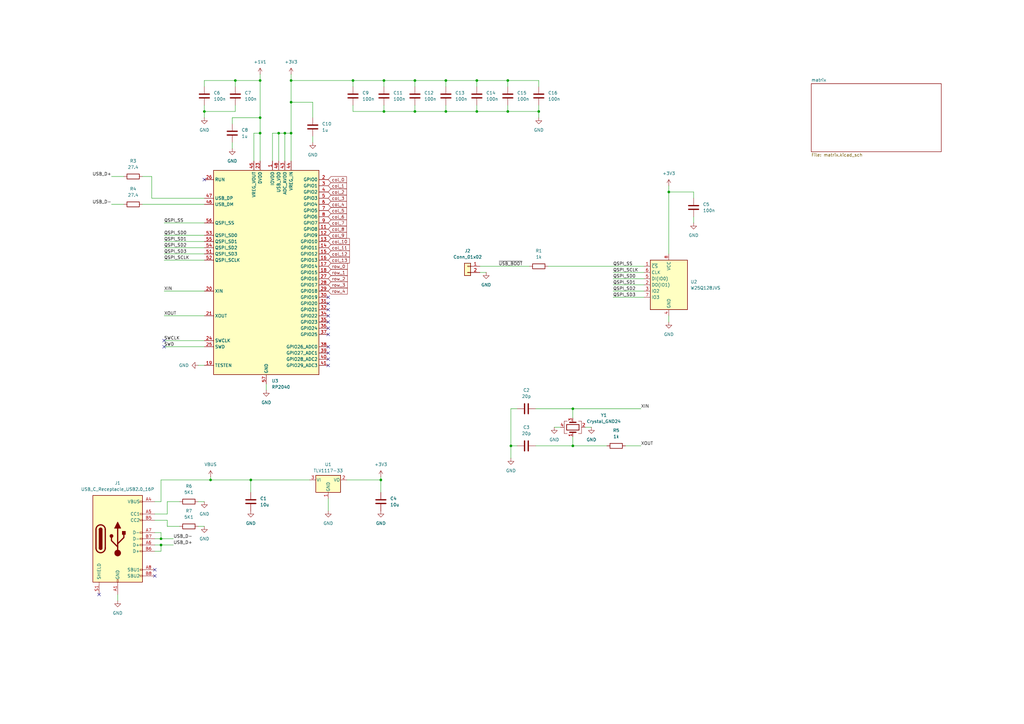
<source format=kicad_sch>
(kicad_sch (version 20231120) (generator "eeschema") (generator_version "8.0")
  (paper "A3")
  (lib_symbols
    (symbol "Connector:USB_C_Receptacle_USB2.0_16P" (pin_names (offset 1.016))
      (property "Reference" "J" (at 0 22.225 0))
      (property "Value" "USB_C_Receptacle_USB2.0_16P" (at 0 19.685 0))
      (symbol "USB_C_Receptacle_USB2.0_16P_0_0"
        (rectangle (start -0.254 -17.78) (end 0.254 -16.764))
        (rectangle (start 10.16 -14.986) (end 9.144 -15.494))
        (rectangle (start 10.16 -12.446) (end 9.144 -12.954))
        (rectangle (start 10.16 -4.826) (end 9.144 -5.334))
        (rectangle (start 10.16 -2.286) (end 9.144 -2.794))
        (rectangle (start 10.16 0.254) (end 9.144 -0.254))
        (rectangle (start 10.16 2.794) (end 9.144 2.286))
        (rectangle (start 10.16 7.874) (end 9.144 7.366))
        (rectangle (start 10.16 10.414) (end 9.144 9.906))
        (rectangle (start 10.16 15.494) (end 9.144 14.986))
      )
      (symbol "USB_C_Receptacle_USB2.0_16P_0_1"
        (rectangle (start -10.16 17.78) (end 10.16 -17.78) (stroke (width 0.254)) (fill (type background)))
        (arc (start -8.89 -3.81) (mid -6.985 -5.7067) (end -5.08 -3.81) (stroke (width 0.508)))
        (arc (start -7.62 -3.81) (mid -6.985 -4.4423) (end -6.35 -3.81) (stroke (width 0.254)))
        (arc (start -7.62 -3.81) (mid -6.985 -4.4423) (end -6.35 -3.81) (stroke (width 0.254)) (fill (type outline)))
        (rectangle (start -7.62 -3.81) (end -6.35 3.81) (stroke (width 0.254)) (fill (type outline)))
        (arc (start -6.35 3.81) (mid -6.985 4.4423) (end -7.62 3.81) (stroke (width 0.254)))
        (arc (start -6.35 3.81) (mid -6.985 4.4423) (end -7.62 3.81) (stroke (width 0.254)) (fill (type outline)))
        (arc (start -5.08 3.81) (mid -6.985 5.7067) (end -8.89 3.81) (stroke (width 0.508)))
        (circle (center -2.54 1.143) (radius 0.635) (stroke (width 0.254)) (fill (type outline)))
        (circle (center 0 -5.842) (radius 1.27) (fill (type outline)))
        (polyline (pts (xy -8.89 -3.81) (xy -8.89 3.81)) (stroke (width 0.508)))
        (polyline (pts (xy -5.08 3.81) (xy -5.08 -3.81)) (stroke (width 0.508)))
        (polyline (pts (xy 0 -5.842) (xy 0 4.318)) (stroke (width 0.508)))
        (polyline (pts (xy 0 -3.302) (xy -2.54 -0.762) (xy -2.54 0.508)) (stroke (width 0.508)))
        (polyline (pts (xy 0 -2.032) (xy 2.54 0.508) (xy 2.54 1.778)) (stroke (width 0.508)))
        (polyline (pts (xy -1.27 4.318) (xy 0 6.858) (xy 1.27 4.318) (xy -1.27 4.318)) (stroke (width 0.254)) (fill (type outline)))
        (rectangle (start 1.905 1.778) (end 3.175 3.048) (stroke (width 0.254)) (fill (type outline)))
      )
      (symbol "USB_C_Receptacle_USB2.0_16P_1_1"
        (pin passive line (at 0 -22.86 90) (length 5.08) (name "GND") (number "A1"))
        (pin passive line (at 0 -22.86 90) (length 5.08) hide (name "GND") (number "A12"))
        (pin passive line (at 15.24 15.24 180) (length 5.08) (name "VBUS") (number "A4"))
        (pin bidirectional line (at 15.24 10.16 180) (length 5.08) (name "CC1") (number "A5"))
        (pin bidirectional line (at 15.24 -2.54 180) (length 5.08) (name "D+") (number "A6"))
        (pin bidirectional line (at 15.24 2.54 180) (length 5.08) (name "D-") (number "A7"))
        (pin bidirectional line (at 15.24 -12.7 180) (length 5.08) (name "SBU1") (number "A8"))
        (pin passive line (at 15.24 15.24 180) (length 5.08) hide (name "VBUS") (number "A9"))
        (pin passive line (at 0 -22.86 90) (length 5.08) hide (name "GND") (number "B1"))
        (pin passive line (at 0 -22.86 90) (length 5.08) hide (name "GND") (number "B12"))
        (pin passive line (at 15.24 15.24 180) (length 5.08) hide (name "VBUS") (number "B4"))
        (pin bidirectional line (at 15.24 7.62 180) (length 5.08) (name "CC2") (number "B5"))
        (pin bidirectional line (at 15.24 -5.08 180) (length 5.08) (name "D+") (number "B6"))
        (pin bidirectional line (at 15.24 0 180) (length 5.08) (name "D-") (number "B7"))
        (pin bidirectional line (at 15.24 -15.24 180) (length 5.08) (name "SBU2") (number "B8"))
        (pin passive line (at 15.24 15.24 180) (length 5.08) hide (name "VBUS") (number "B9"))
        (pin passive line (at -7.62 -22.86 90) (length 5.08) (name "SHIELD") (number "S1"))
      )
    )
    (symbol "Connector_Generic:Conn_01x02" (pin_names (offset 1.016) hide)
      (property "Reference" "J" (at 0 2.54 0))
      (property "Value" "Conn_01x02" (at 0 -5.08 0))
      (symbol "Conn_01x02_1_1"
        (rectangle (start -1.27 -2.413) (end 0 -2.667) (stroke (width 0.1524)))
        (rectangle (start -1.27 0.127) (end 0 -0.127) (stroke (width 0.1524)))
        (rectangle (start -1.27 1.27) (end 1.27 -3.81) (stroke (width 0.254)) (fill (type background)))
        (pin passive line (at -5.08 0 0) (length 3.81) (name "Pin_1") (number "1"))
        (pin passive line (at -5.08 -2.54 0) (length 3.81) (name "Pin_2") (number "2"))
      )
    )
    (symbol "Device:C" (pin_numbers hide) (pin_names (offset 0.254))
      (property "Reference" "C" (at 0.635 2.54 0))
      (property "Value" "C" (at 0.635 -2.54 0))
      (symbol "C_0_1"
        (polyline (pts (xy -2.032 -0.762) (xy 2.032 -0.762)) (stroke (width 0.508)))
        (polyline (pts (xy -2.032 0.762) (xy 2.032 0.762)) (stroke (width 0.508)))
      )
      (symbol "C_1_1"
        (pin passive line (at 0 3.81 270) (length 2.794) (name "~") (number "1"))
        (pin passive line (at 0 -3.81 90) (length 2.794) (name "~") (number "2"))
      )
    )
    (symbol "Device:Crystal_GND24" (pin_names (offset 1.016) hide)
      (property "Reference" "Y" (at 3.175 5.08 0))
      (property "Value" "Crystal_GND24" (at 3.175 3.175 0))
      (symbol "Crystal_GND24_0_1"
        (rectangle (start -1.143 2.54) (end 1.143 -2.54) (stroke (width 0.3048)))
        (polyline (pts (xy -2.54 0) (xy -2.032 0)))
        (polyline (pts (xy -2.032 -1.27) (xy -2.032 1.27)) (stroke (width 0.508)))
        (polyline (pts (xy 0 -3.81) (xy 0 -3.556)))
        (polyline (pts (xy 0 3.556) (xy 0 3.81)))
        (polyline (pts (xy 2.032 -1.27) (xy 2.032 1.27)) (stroke (width 0.508)))
        (polyline (pts (xy 2.032 0) (xy 2.54 0)))
        (polyline (pts (xy -2.54 -2.286) (xy -2.54 -3.556) (xy 2.54 -3.556) (xy 2.54 -2.286)))
        (polyline (pts (xy -2.54 2.286) (xy -2.54 3.556) (xy 2.54 3.556) (xy 2.54 2.286)))
      )
      (symbol "Crystal_GND24_1_1"
        (pin passive line (at -3.81 0 0) (length 1.27) (name "1") (number "1"))
        (pin passive line (at 0 5.08 270) (length 1.27) (name "2") (number "2"))
        (pin passive line (at 3.81 0 180) (length 1.27) (name "3") (number "3"))
        (pin passive line (at 0 -5.08 90) (length 1.27) (name "4") (number "4"))
      )
    )
    (symbol "Device:R" (pin_numbers hide) (pin_names (offset 0))
      (property "Reference" "R" (at 2.032 0 90))
      (property "Value" "R" (at 0 0 90))
      (symbol "R_0_1"
        (rectangle (start -1.016 -2.54) (end 1.016 2.54) (stroke (width 0.254)))
      )
      (symbol "R_1_1"
        (pin passive line (at 0 3.81 270) (length 1.27) (name "~") (number "1"))
        (pin passive line (at 0 -3.81 90) (length 1.27) (name "~") (number "2"))
      )
    )
    (symbol "MCU_RaspberryPi:RP2040"
      (property "Reference" "U" (at 17.78 45.72 0))
      (property "Value" "RP2040" (at 17.78 43.18 0))
      (symbol "RP2040_0_1"
        (rectangle (start -21.59 41.91) (end 21.59 -41.91) (stroke (width 0.254)) (fill (type background)))
      )
      (symbol "RP2040_1_1"
        (pin power_in line (at 2.54 45.72 270) (length 3.81) (name "IOVDD") (number "1"))
        (pin passive line (at 2.54 45.72 270) (length 3.81) hide (name "IOVDD") (number "10"))
        (pin bidirectional line (at 25.4 17.78 180) (length 3.81) (name "GPIO8") (number "11"))
        (pin bidirectional line (at 25.4 15.24 180) (length 3.81) (name "GPIO9") (number "12"))
        (pin bidirectional line (at 25.4 12.7 180) (length 3.81) (name "GPIO10") (number "13"))
        (pin bidirectional line (at 25.4 10.16 180) (length 3.81) (name "GPIO11") (number "14"))
        (pin bidirectional line (at 25.4 7.62 180) (length 3.81) (name "GPIO12") (number "15"))
        (pin bidirectional line (at 25.4 5.08 180) (length 3.81) (name "GPIO13") (number "16"))
        (pin bidirectional line (at 25.4 2.54 180) (length 3.81) (name "GPIO14") (number "17"))
        (pin bidirectional line (at 25.4 0 180) (length 3.81) (name "GPIO15") (number "18"))
        (pin input line (at -25.4 -38.1 0) (length 3.81) (name "TESTEN") (number "19"))
        (pin bidirectional line (at 25.4 38.1 180) (length 3.81) (name "GPIO0") (number "2"))
        (pin input line (at -25.4 -7.62 0) (length 3.81) (name "XIN") (number "20"))
        (pin passive line (at -25.4 -17.78 0) (length 3.81) (name "XOUT") (number "21"))
        (pin passive line (at 2.54 45.72 270) (length 3.81) hide (name "IOVDD") (number "22"))
        (pin power_in line (at -2.54 45.72 270) (length 3.81) (name "DVDD") (number "23"))
        (pin input line (at -25.4 -27.94 0) (length 3.81) (name "SWCLK") (number "24"))
        (pin bidirectional line (at -25.4 -30.48 0) (length 3.81) (name "SWD") (number "25"))
        (pin input line (at -25.4 38.1 0) (length 3.81) (name "RUN") (number "26"))
        (pin bidirectional line (at 25.4 -2.54 180) (length 3.81) (name "GPIO16") (number "27"))
        (pin bidirectional line (at 25.4 -5.08 180) (length 3.81) (name "GPIO17") (number "28"))
        (pin bidirectional line (at 25.4 -7.62 180) (length 3.81) (name "GPIO18") (number "29"))
        (pin bidirectional line (at 25.4 35.56 180) (length 3.81) (name "GPIO1") (number "3"))
        (pin bidirectional line (at 25.4 -10.16 180) (length 3.81) (name "GPIO19") (number "30"))
        (pin bidirectional line (at 25.4 -12.7 180) (length 3.81) (name "GPIO20") (number "31"))
        (pin bidirectional line (at 25.4 -15.24 180) (length 3.81) (name "GPIO21") (number "32"))
        (pin passive line (at 2.54 45.72 270) (length 3.81) hide (name "IOVDD") (number "33"))
        (pin bidirectional line (at 25.4 -17.78 180) (length 3.81) (name "GPIO22") (number "34"))
        (pin bidirectional line (at 25.4 -20.32 180) (length 3.81) (name "GPIO23") (number "35"))
        (pin bidirectional line (at 25.4 -22.86 180) (length 3.81) (name "GPIO24") (number "36"))
        (pin bidirectional line (at 25.4 -25.4 180) (length 3.81) (name "GPIO25") (number "37"))
        (pin bidirectional line (at 25.4 -30.48 180) (length 3.81) (name "GPIO26_ADC0") (number "38"))
        (pin bidirectional line (at 25.4 -33.02 180) (length 3.81) (name "GPIO27_ADC1") (number "39"))
        (pin bidirectional line (at 25.4 33.02 180) (length 3.81) (name "GPIO2") (number "4"))
        (pin bidirectional line (at 25.4 -35.56 180) (length 3.81) (name "GPIO28_ADC2") (number "40"))
        (pin bidirectional line (at 25.4 -38.1 180) (length 3.81) (name "GPIO29_ADC3") (number "41"))
        (pin passive line (at 2.54 45.72 270) (length 3.81) hide (name "IOVDD") (number "42"))
        (pin power_in line (at 7.62 45.72 270) (length 3.81) (name "ADC_AVDD") (number "43"))
        (pin power_in line (at 10.16 45.72 270) (length 3.81) (name "VREG_IN") (number "44"))
        (pin power_out line (at -5.08 45.72 270) (length 3.81) (name "VREG_VOUT") (number "45"))
        (pin bidirectional line (at -25.4 27.94 0) (length 3.81) (name "USB_DM") (number "46"))
        (pin bidirectional line (at -25.4 30.48 0) (length 3.81) (name "USB_DP") (number "47"))
        (pin power_in line (at 5.08 45.72 270) (length 3.81) (name "USB_VDD") (number "48"))
        (pin passive line (at 2.54 45.72 270) (length 3.81) hide (name "IOVDD") (number "49"))
        (pin bidirectional line (at 25.4 30.48 180) (length 3.81) (name "GPIO3") (number "5"))
        (pin passive line (at -2.54 45.72 270) (length 3.81) hide (name "DVDD") (number "50"))
        (pin bidirectional line (at -25.4 7.62 0) (length 3.81) (name "QSPI_SD3") (number "51"))
        (pin output line (at -25.4 5.08 0) (length 3.81) (name "QSPI_SCLK") (number "52"))
        (pin bidirectional line (at -25.4 15.24 0) (length 3.81) (name "QSPI_SD0") (number "53"))
        (pin bidirectional line (at -25.4 10.16 0) (length 3.81) (name "QSPI_SD2") (number "54"))
        (pin bidirectional line (at -25.4 12.7 0) (length 3.81) (name "QSPI_SD1") (number "55"))
        (pin bidirectional line (at -25.4 20.32 0) (length 3.81) (name "QSPI_SS") (number "56"))
        (pin power_in line (at 0 -45.72 90) (length 3.81) (name "GND") (number "57"))
        (pin bidirectional line (at 25.4 27.94 180) (length 3.81) (name "GPIO4") (number "6"))
        (pin bidirectional line (at 25.4 25.4 180) (length 3.81) (name "GPIO5") (number "7"))
        (pin bidirectional line (at 25.4 22.86 180) (length 3.81) (name "GPIO6") (number "8"))
        (pin bidirectional line (at 25.4 20.32 180) (length 3.81) (name "GPIO7") (number "9"))
      )
    )
    (symbol "Memory_Flash:W25Q128JVS"
      (property "Reference" "U" (at -8.89 8.89 0))
      (property "Value" "W25Q128JVS" (at 7.62 8.89 0))
      (symbol "W25Q128JVS_0_1"
        (rectangle (start -7.62 10.16) (end 7.62 -10.16) (stroke (width 0.254)) (fill (type background)))
      )
      (symbol "W25Q128JVS_1_1"
        (pin input line (at -10.16 7.62 0) (length 2.54) (name "~{CS}") (number "1"))
        (pin bidirectional line (at -10.16 0 0) (length 2.54) (name "DO(IO1)") (number "2"))
        (pin bidirectional line (at -10.16 -2.54 0) (length 2.54) (name "IO2") (number "3"))
        (pin power_in line (at 0 -12.7 90) (length 2.54) (name "GND") (number "4"))
        (pin bidirectional line (at -10.16 2.54 0) (length 2.54) (name "DI(IO0)") (number "5"))
        (pin input line (at -10.16 5.08 0) (length 2.54) (name "CLK") (number "6"))
        (pin bidirectional line (at -10.16 -5.08 0) (length 2.54) (name "IO3") (number "7"))
        (pin power_in line (at 0 12.7 270) (length 2.54) (name "VCC") (number "8"))
      )
    )
    (symbol "Regulator_Linear:TLV1117-33" (pin_names (offset 0.254))
      (property "Reference" "U" (at -3.81 3.175 0))
      (property "Value" "TLV1117-33" (at 0 3.175 0))
      (symbol "TLV1117-33_0_1"
        (rectangle (start -5.08 -5.08) (end 5.08 1.905) (stroke (width 0.254)) (fill (type background)))
      )
      (symbol "TLV1117-33_1_1"
        (pin power_in line (at 0 -7.62 90) (length 2.54) (name "GND") (number "1"))
        (pin power_out line (at 7.62 0 180) (length 2.54) (name "VO") (number "2"))
        (pin power_in line (at -7.62 0 0) (length 2.54) (name "VI") (number "3"))
      )
    )
    (symbol "power:+1V1" (power) (pin_numbers hide) (pin_names (offset 0) hide)
      (property "Value" "+1V1" (at 0 3.556 0))
      (symbol "+1V1_0_1"
        (polyline (pts (xy -0.762 1.27) (xy 0 2.54)))
        (polyline (pts (xy 0 0) (xy 0 2.54)))
        (polyline (pts (xy 0 2.54) (xy 0.762 1.27)))
      )
      (symbol "+1V1_1_1"
        (pin power_in line (at 0 0 90) (length 0) (name "~") (number "1"))
      )
    )
    (symbol "power:+3V3" (power) (pin_numbers hide) (pin_names (offset 0) hide)
      (property "Value" "+3V3" (at 0 3.556 0))
      (symbol "+3V3_0_1"
        (polyline (pts (xy -0.762 1.27) (xy 0 2.54)))
        (polyline (pts (xy 0 0) (xy 0 2.54)))
        (polyline (pts (xy 0 2.54) (xy 0.762 1.27)))
      )
      (symbol "+3V3_1_1"
        (pin power_in line (at 0 0 90) (length 0) (name "~") (number "1"))
      )
    )
    (symbol "power:GND" (power) (pin_numbers hide) (pin_names (offset 0) hide)
      (property "Value" "GND" (at 0 -3.81 0))
      (symbol "GND_0_1"
        (polyline (pts (xy 0 0) (xy 0 -1.27) (xy 1.27 -1.27) (xy 0 -2.54) (xy -1.27 -1.27) (xy 0 -1.27)))
      )
      (symbol "GND_1_1"
        (pin power_in line (at 0 0 270) (length 0) (name "~") (number "1"))
      )
    )
    (symbol "power:VBUS" (power) (pin_numbers hide) (pin_names (offset 0) hide)
      (property "Value" "VBUS" (at 0 3.556 0))
      (symbol "VBUS_0_1"
        (polyline (pts (xy -0.762 1.27) (xy 0 2.54)))
        (polyline (pts (xy 0 0) (xy 0 2.54)))
        (polyline (pts (xy 0 2.54) (xy 0.762 1.27)))
      )
      (symbol "VBUS_1_1"
        (pin power_in line (at 0 0 90) (length 0) (name "~") (number "1"))
      )
    )
  )
  (junction (at 102.87 196.85))
  (junction (at 209.55 182.88))
  (junction (at 66.04 220.98))
  (junction (at 234.95 167.64))
  (junction (at 119.38 33.02))
  (junction (at 220.98 45.72))
  (junction (at 208.28 33.02))
  (junction (at 83.82 45.72))
  (junction (at 274.32 78.74))
  (junction (at 157.48 33.02))
  (junction (at 234.95 182.88))
  (junction (at 119.38 54.61))
  (junction (at 144.78 33.02))
  (junction (at 66.04 223.52))
  (junction (at 170.18 33.02))
  (junction (at 106.68 33.02))
  (junction (at 114.3 54.61))
  (junction (at 106.68 54.61))
  (junction (at 182.88 45.72))
  (junction (at 116.84 54.61))
  (junction (at 119.38 41.91))
  (junction (at 157.48 45.72))
  (junction (at 96.52 33.02))
  (junction (at 182.88 33.02))
  (junction (at 170.18 45.72))
  (junction (at 106.68 48.26))
  (junction (at 195.58 33.02))
  (junction (at 195.58 45.72))
  (junction (at 86.36 196.85))
  (junction (at 156.21 196.85))
  (junction (at 208.28 45.72))
  (no_connect (at 134.62 132.08))
  (no_connect (at 134.62 127))
  (no_connect (at 40.64 243.84))
  (no_connect (at 134.62 129.54))
  (no_connect (at 134.62 137.16))
  (no_connect (at 134.62 149.86))
  (no_connect (at 134.62 147.32))
  (no_connect (at 134.62 142.24))
  (no_connect (at 134.62 121.92))
  (no_connect (at 134.62 144.78))
  (no_connect (at 134.62 134.62))
  (no_connect (at 63.5 233.68))
  (no_connect (at 67.31 142.24))
  (no_connect (at 67.31 139.7))
  (no_connect (at 134.62 124.46))
  (no_connect (at 83.82 73.66))
  (no_connect (at 63.5 236.22))
  (wire (pts (xy 116.84 54.61) (xy 119.38 54.61)))
  (wire (pts (xy 106.68 30.48) (xy 106.68 33.02)))
  (wire (pts (xy 106.68 33.02) (xy 106.68 48.26)))
  (wire (pts (xy 234.95 179.07) (xy 234.95 182.88)))
  (wire (pts (xy 67.31 129.54) (xy 83.82 129.54)))
  (wire (pts (xy 128.27 41.91) (xy 119.38 41.91)))
  (wire (pts (xy 251.46 119.38) (xy 264.16 119.38)))
  (wire (pts (xy 182.88 33.02) (xy 195.58 33.02)))
  (wire (pts (xy 128.27 48.26) (xy 128.27 41.91)))
  (wire (pts (xy 68.58 215.9) (xy 73.66 215.9)))
  (wire (pts (xy 81.28 205.74) (xy 83.82 205.74)))
  (wire (pts (xy 182.88 45.72) (xy 195.58 45.72)))
  (wire (pts (xy 208.28 33.02) (xy 220.98 33.02)))
  (wire (pts (xy 219.71 167.64) (xy 234.95 167.64)))
  (wire (pts (xy 63.5 226.06) (xy 66.04 226.06)))
  (wire (pts (xy 67.31 96.52) (xy 83.82 96.52)))
  (wire (pts (xy 63.5 213.36) (xy 68.58 213.36)))
  (wire (pts (xy 170.18 33.02) (xy 170.18 35.56)))
  (wire (pts (xy 196.85 111.76) (xy 199.39 111.76)))
  (wire (pts (xy 66.04 218.44) (xy 66.04 220.98)))
  (wire (pts (xy 208.28 43.18) (xy 208.28 45.72)))
  (wire (pts (xy 58.42 72.39) (xy 62.23 72.39)))
  (wire (pts (xy 119.38 33.02) (xy 144.78 33.02)))
  (wire (pts (xy 102.87 196.85) (xy 127 196.85)))
  (wire (pts (xy 81.28 215.9) (xy 83.82 215.9)))
  (wire (pts (xy 63.5 210.82) (xy 68.58 210.82)))
  (wire (pts (xy 62.23 81.28) (xy 62.23 72.39)))
  (wire (pts (xy 68.58 205.74) (xy 73.66 205.74)))
  (wire (pts (xy 63.5 223.52) (xy 66.04 223.52)))
  (wire (pts (xy 114.3 54.61) (xy 116.84 54.61)))
  (wire (pts (xy 106.68 54.61) (xy 106.68 66.04)))
  (wire (pts (xy 209.55 182.88) (xy 212.09 182.88)))
  (wire (pts (xy 67.31 106.68) (xy 83.82 106.68)))
  (wire (pts (xy 220.98 33.02) (xy 220.98 35.56)))
  (wire (pts (xy 157.48 43.18) (xy 157.48 45.72)))
  (wire (pts (xy 83.82 81.28) (xy 62.23 81.28)))
  (wire (pts (xy 83.82 45.72) (xy 83.82 48.26)))
  (wire (pts (xy 67.31 91.44) (xy 83.82 91.44)))
  (wire (pts (xy 209.55 167.64) (xy 209.55 182.88)))
  (wire (pts (xy 212.09 167.64) (xy 209.55 167.64)))
  (wire (pts (xy 83.82 33.02) (xy 96.52 33.02)))
  (wire (pts (xy 83.82 35.56) (xy 83.82 33.02)))
  (wire (pts (xy 66.04 205.74) (xy 63.5 205.74)))
  (wire (pts (xy 284.48 78.74) (xy 274.32 78.74)))
  (wire (pts (xy 67.31 119.38) (xy 83.82 119.38)))
  (wire (pts (xy 224.79 109.22) (xy 264.16 109.22)))
  (wire (pts (xy 234.95 167.64) (xy 234.95 171.45)))
  (wire (pts (xy 63.5 218.44) (xy 66.04 218.44)))
  (wire (pts (xy 156.21 196.85) (xy 156.21 201.93)))
  (wire (pts (xy 182.88 33.02) (xy 182.88 35.56)))
  (wire (pts (xy 134.62 204.47) (xy 134.62 209.55)))
  (wire (pts (xy 67.31 101.6) (xy 83.82 101.6)))
  (wire (pts (xy 234.95 167.64) (xy 262.89 167.64)))
  (wire (pts (xy 284.48 88.9) (xy 284.48 91.44)))
  (wire (pts (xy 256.54 182.88) (xy 262.89 182.88)))
  (wire (pts (xy 45.72 72.39) (xy 50.8 72.39)))
  (wire (pts (xy 95.25 50.8) (xy 95.25 48.26)))
  (wire (pts (xy 227.33 175.26) (xy 229.87 175.26)))
  (wire (pts (xy 157.48 45.72) (xy 170.18 45.72)))
  (wire (pts (xy 111.76 66.04) (xy 111.76 54.61)))
  (wire (pts (xy 45.72 83.82) (xy 50.8 83.82)))
  (wire (pts (xy 195.58 33.02) (xy 208.28 33.02)))
  (wire (pts (xy 109.22 157.48) (xy 109.22 160.02)))
  (wire (pts (xy 142.24 196.85) (xy 156.21 196.85)))
  (wire (pts (xy 63.5 220.98) (xy 66.04 220.98)))
  (wire (pts (xy 251.46 116.84) (xy 264.16 116.84)))
  (wire (pts (xy 170.18 43.18) (xy 170.18 45.72)))
  (wire (pts (xy 144.78 33.02) (xy 157.48 33.02)))
  (wire (pts (xy 220.98 45.72) (xy 220.98 48.26)))
  (wire (pts (xy 95.25 58.42) (xy 95.25 60.96)))
  (wire (pts (xy 240.03 175.26) (xy 242.57 175.26)))
  (wire (pts (xy 58.42 83.82) (xy 83.82 83.82)))
  (wire (pts (xy 86.36 195.58) (xy 86.36 196.85)))
  (wire (pts (xy 251.46 121.92) (xy 264.16 121.92)))
  (wire (pts (xy 144.78 45.72) (xy 157.48 45.72)))
  (wire (pts (xy 208.28 45.72) (xy 220.98 45.72)))
  (wire (pts (xy 284.48 81.28) (xy 284.48 78.74)))
  (wire (pts (xy 68.58 213.36) (xy 68.58 215.9)))
  (wire (pts (xy 157.48 33.02) (xy 157.48 35.56)))
  (wire (pts (xy 83.82 43.18) (xy 83.82 45.72)))
  (wire (pts (xy 66.04 196.85) (xy 86.36 196.85)))
  (wire (pts (xy 67.31 142.24) (xy 83.82 142.24)))
  (wire (pts (xy 104.14 54.61) (xy 104.14 66.04)))
  (wire (pts (xy 116.84 66.04) (xy 116.84 54.61)))
  (wire (pts (xy 67.31 99.06) (xy 83.82 99.06)))
  (wire (pts (xy 220.98 45.72) (xy 220.98 43.18)))
  (wire (pts (xy 274.32 76.2) (xy 274.32 78.74)))
  (wire (pts (xy 96.52 45.72) (xy 96.52 43.18)))
  (wire (pts (xy 128.27 55.88) (xy 128.27 58.42)))
  (wire (pts (xy 170.18 45.72) (xy 182.88 45.72)))
  (wire (pts (xy 83.82 45.72) (xy 96.52 45.72)))
  (wire (pts (xy 196.85 109.22) (xy 217.17 109.22)))
  (wire (pts (xy 106.68 48.26) (xy 106.68 54.61)))
  (wire (pts (xy 144.78 35.56) (xy 144.78 33.02)))
  (wire (pts (xy 111.76 54.61) (xy 114.3 54.61)))
  (wire (pts (xy 67.31 104.14) (xy 83.82 104.14)))
  (wire (pts (xy 81.28 149.86) (xy 83.82 149.86)))
  (wire (pts (xy 208.28 33.02) (xy 208.28 35.56)))
  (wire (pts (xy 104.14 54.61) (xy 106.68 54.61)))
  (wire (pts (xy 234.95 182.88) (xy 219.71 182.88)))
  (wire (pts (xy 119.38 30.48) (xy 119.38 33.02)))
  (wire (pts (xy 68.58 210.82) (xy 68.58 205.74)))
  (wire (pts (xy 209.55 187.96) (xy 209.55 182.88)))
  (wire (pts (xy 182.88 43.18) (xy 182.88 45.72)))
  (wire (pts (xy 195.58 43.18) (xy 195.58 45.72)))
  (wire (pts (xy 67.31 139.7) (xy 83.82 139.7)))
  (wire (pts (xy 66.04 226.06) (xy 66.04 223.52)))
  (wire (pts (xy 274.32 129.54) (xy 274.32 132.08)))
  (wire (pts (xy 274.32 78.74) (xy 274.32 104.14)))
  (wire (pts (xy 102.87 196.85) (xy 102.87 201.93)))
  (wire (pts (xy 66.04 223.52) (xy 71.12 223.52)))
  (wire (pts (xy 96.52 33.02) (xy 96.52 35.56)))
  (wire (pts (xy 234.95 182.88) (xy 248.92 182.88)))
  (wire (pts (xy 48.26 243.84) (xy 48.26 246.38)))
  (wire (pts (xy 66.04 220.98) (xy 71.12 220.98)))
  (wire (pts (xy 119.38 54.61) (xy 119.38 41.91)))
  (wire (pts (xy 114.3 66.04) (xy 114.3 54.61)))
  (wire (pts (xy 251.46 114.3) (xy 264.16 114.3)))
  (wire (pts (xy 251.46 111.76) (xy 264.16 111.76)))
  (wire (pts (xy 170.18 33.02) (xy 182.88 33.02)))
  (wire (pts (xy 156.21 195.58) (xy 156.21 196.85)))
  (wire (pts (xy 95.25 48.26) (xy 106.68 48.26)))
  (wire (pts (xy 119.38 66.04) (xy 119.38 54.61)))
  (wire (pts (xy 66.04 196.85) (xy 66.04 205.74)))
  (wire (pts (xy 157.48 33.02) (xy 170.18 33.02)))
  (wire (pts (xy 195.58 45.72) (xy 208.28 45.72)))
  (wire (pts (xy 96.52 33.02) (xy 106.68 33.02)))
  (wire (pts (xy 195.58 33.02) (xy 195.58 35.56)))
  (wire (pts (xy 144.78 43.18) (xy 144.78 45.72)))
  (wire (pts (xy 86.36 196.85) (xy 102.87 196.85)))
  (wire (pts (xy 119.38 41.91) (xy 119.38 33.02)))
  (label "XIN" (at 262.89 167.64 0))
  (label "QSPI_SD0" (at 67.31 96.52 0))
  (label "SWCLK" (at 67.31 139.7 0))
  (label "QSPI_SS" (at 251.46 109.22 0))
  (label "XOUT" (at 67.31 129.54 0))
  (label "QSPI_SCLK" (at 67.31 106.68 0))
  (label "QSPI_SD2" (at 67.31 101.6 0))
  (label "QSPI_SD1" (at 67.31 99.06 0))
  (label "QSPI_SD1" (at 251.46 116.84 0))
  (label "QSPI_SCLK" (at 251.46 111.76 0))
  (label "QSPI_SS" (at 67.31 91.44 0))
  (label "USB_D+" (at 71.12 223.52 0))
  (label "XOUT" (at 262.89 182.88 0))
  (label "USB_D+" (at 45.72 72.39 180))
  (label "SWD" (at 67.31 142.24 0))
  (label "QSPI_SD3" (at 251.46 121.92 0))
  (label "XIN" (at 67.31 119.38 0))
  (label "USB_D-" (at 71.12 220.98 0))
  (label "QSPI_SD0" (at 251.46 114.3 0))
  (label "QSPI_SD2" (at 251.46 119.38 0))
  (label "~{USB_BOOT}" (at 204.47 109.22 0))
  (label "QSPI_SD3" (at 67.31 104.14 0))
  (label "USB_D-" (at 45.72 83.82 180))
  (global_label "col_11" (shape input) (at 134.62 101.6 0) (property "Intersheetrefs" "${INTERSHEET_REFS}" (effects (hide yes))))
  (global_label "col_0" (shape input) (at 134.62 73.66 0) (property "Intersheetrefs" "${INTERSHEET_REFS}" (effects (hide yes))))
  (global_label "row_2" (shape input) (at 134.62 114.3 0) (property "Intersheetrefs" "${INTERSHEET_REFS}" (effects (hide yes))))
  (global_label "col_10" (shape input) (at 134.62 99.06 0) (property "Intersheetrefs" "${INTERSHEET_REFS}" (effects (hide yes))))
  (global_label "col_7" (shape input) (at 134.62 91.44 0) (property "Intersheetrefs" "${INTERSHEET_REFS}" (effects (hide yes))))
  (global_label "col_1" (shape input) (at 134.62 76.2 0) (property "Intersheetrefs" "${INTERSHEET_REFS}" (effects (hide yes))))
  (global_label "col_13" (shape input) (at 134.62 106.68 0) (property "Intersheetrefs" "${INTERSHEET_REFS}" (effects (hide yes))))
  (global_label "col_12" (shape input) (at 134.62 104.14 0) (property "Intersheetrefs" "${INTERSHEET_REFS}" (effects (hide yes))))
  (global_label "row_1" (shape input) (at 134.62 111.76 0) (property "Intersheetrefs" "${INTERSHEET_REFS}" (effects (hide yes))))
  (global_label "col_5" (shape input) (at 134.62 86.36 0) (property "Intersheetrefs" "${INTERSHEET_REFS}" (effects (hide yes))))
  (global_label "col_9" (shape input) (at 134.62 96.52 0) (property "Intersheetrefs" "${INTERSHEET_REFS}" (effects (hide yes))))
  (global_label "row_0" (shape input) (at 134.62 109.22 0) (property "Intersheetrefs" "${INTERSHEET_REFS}" (effects (hide yes))))
  (global_label "col_3" (shape input) (at 134.62 81.28 0) (property "Intersheetrefs" "${INTERSHEET_REFS}" (effects (hide yes))))
  (global_label "row_3" (shape input) (at 134.62 116.84 0) (property "Intersheetrefs" "${INTERSHEET_REFS}" (effects (hide yes))))
  (global_label "col_4" (shape input) (at 134.62 83.82 0) (property "Intersheetrefs" "${INTERSHEET_REFS}" (effects (hide yes))))
  (global_label "col_2" (shape input) (at 134.62 78.74 0) (property "Intersheetrefs" "${INTERSHEET_REFS}" (effects (hide yes))))
  (global_label "col_8" (shape input) (at 134.62 93.98 0) (property "Intersheetrefs" "${INTERSHEET_REFS}" (effects (hide yes))))
  (global_label "col_6" (shape input) (at 134.62 88.9 0) (property "Intersheetrefs" "${INTERSHEET_REFS}" (effects (hide yes))))
  (global_label "row_4" (shape input) (at 134.62 119.38 0) (property "Intersheetrefs" "${INTERSHEET_REFS}" (effects (hide yes))))
  (symbol (lib_id "power:GND") (at 284.48 91.44 0) (unit 1)
    (property "Reference" "#PWR013" (effects (hide yes)))
    (property "Value" "GND" (at 284.48 96.52 0))
    (property "Description" "Power symbol creates a global label with name \"GND\" , ground" (effects (hide yes)))
  )
  (symbol (lib_id "Device:C") (at 96.52 39.37 0) (unit 1)
    (property "Reference" "C7" (at 100.33 38.0999 0) (effects (justify left)))
    (property "Value" "100n" (at 100.33 40.6399 0) (effects (justify left)))
    (property "Footprint" "Capacitor_SMD:C_0402_1005Metric" (effects (hide yes)))
    (property "Description" "Unpolarized capacitor" (effects (hide yes)))
  )
  (symbol (lib_id "power:GND") (at 209.55 187.96 0) (unit 1)
    (property "Reference" "#PWR017" (effects (hide yes)))
    (property "Value" "GND" (at 209.55 193.04 0))
    (property "Description" "Power symbol creates a global label with name \"GND\" , ground" (effects (hide yes)))
  )
  (symbol (lib_id "power:GND") (at 83.82 215.9 0) (unit 1)
    (property "Reference" "#PWR023" (effects (hide yes)))
    (property "Value" "GND" (at 83.82 220.98 0))
    (property "Description" "Power symbol creates a global label with name \"GND\" , ground" (effects (hide yes)))
  )
  (symbol (lib_id "Device:C") (at 144.78 39.37 0) (unit 1)
    (property "Reference" "C9" (at 148.59 38.0999 0) (effects (justify left)))
    (property "Value" "100n" (at 148.59 40.6399 0) (effects (justify left)))
    (property "Footprint" "Capacitor_SMD:C_0402_1005Metric" (effects (hide yes)))
    (property "Description" "Unpolarized capacitor" (effects (hide yes)))
  )
  (symbol (lib_id "power:GND") (at 220.98 48.26 0) (unit 1)
    (property "Reference" "#PWR021" (effects (hide yes)))
    (property "Value" "GND" (at 220.98 53.34 0))
    (property "Description" "Power symbol creates a global label with name \"GND\" , ground" (effects (hide yes)))
  )
  (symbol (lib_id "power:GND") (at 102.87 209.55 0) (unit 1)
    (property "Reference" "#PWR02" (effects (hide yes)))
    (property "Value" "GND" (at 102.87 214.63 0))
    (property "Description" "Power symbol creates a global label with name \"GND\" , ground" (effects (hide yes)))
  )
  (symbol (lib_id "power:GND") (at 109.22 160.02 0) (unit 1)
    (property "Reference" "#PWR018" (effects (hide yes)))
    (property "Value" "GND" (at 109.22 165.1 0))
    (property "Description" "Power symbol creates a global label with name \"GND\" , ground" (effects (hide yes)))
  )
  (symbol (lib_id "power:GND") (at 48.26 246.38 0) (unit 1)
    (property "Reference" "#PWR06" (effects (hide yes)))
    (property "Value" "GND" (at 48.26 251.46 0))
    (property "Description" "Power symbol creates a global label with name \"GND\" , ground" (effects (hide yes)))
  )
  (symbol (lib_id "Device:R") (at 54.61 83.82 90) (unit 1)
    (property "Reference" "R4" (at 54.61 77.47 90))
    (property "Value" "27.4" (at 54.61 80.01 90))
    (property "Footprint" "Resistor_SMD:R_0402_1005Metric" (effects (hide yes)))
    (property "Description" "Resistor" (effects (hide yes)))
  )
  (symbol (lib_id "Regulator_Linear:TLV1117-33") (at 134.62 196.85 0) (unit 1)
    (property "Reference" "U1" (at 134.62 190.5 0))
    (property "Value" "TLV1117-33" (at 134.62 193.04 0))
    (property "Footprint" "Package_TO_SOT_SMD:SOT-89-3_Handsoldering" (effects (hide yes)))
    (property "Datasheet" "http://www.ti.com/lit/ds/symlink/tlv1117.pdf" (effects (hide yes)))
    (property "Description" "800mA Low-Dropout Linear Regulator, 3.3V fixed output, TO-220/TO-252/TO-263/SOT-223" (effects (hide yes)))
  )
  (symbol (lib_id "power:+3V3") (at 274.32 76.2 0) (unit 1)
    (property "Reference" "#PWR012" (effects (hide yes)))
    (property "Value" "+3V3" (at 274.32 71.12 0))
    (property "Description" "Power symbol creates a global label with name \"+3V3\"" (effects (hide yes)))
  )
  (symbol (lib_id "Device:C") (at 170.18 39.37 0) (unit 1)
    (property "Reference" "C12" (at 173.99 38.0999 0) (effects (justify left)))
    (property "Value" "100n" (at 173.99 40.6399 0) (effects (justify left)))
    (property "Footprint" "Capacitor_SMD:C_0402_1005Metric" (effects (hide yes)))
    (property "Description" "Unpolarized capacitor" (effects (hide yes)))
  )
  (symbol (lib_id "Memory_Flash:W25Q128JVS") (at 274.32 116.84 0) (unit 1)
    (property "Reference" "U2" (at 283.21 115.5699 0) (effects (justify left)))
    (property "Value" "W25Q128JVS" (at 283.21 118.1099 0) (effects (justify left)))
    (property "Footprint" "Package_SO:SOIC-8_5.23x5.23mm_P1.27mm" (effects (hide yes)))
    (property "Datasheet" "http://www.winbond.com/resource-files/w25q128jv_dtr%20revc%2003272018%20plus.pdf" (effects (hide yes)))
    (property "Description" "128Mb Serial Flash Memory, Standard/Dual/Quad SPI, SOIC-8" (effects (hide yes)))
  )
  (symbol (lib_id "Device:C") (at 157.48 39.37 0) (unit 1)
    (property "Reference" "C11" (at 161.29 38.0999 0) (effects (justify left)))
    (property "Value" "100n" (at 161.29 40.6399 0) (effects (justify left)))
    (property "Footprint" "Capacitor_SMD:C_0402_1005Metric" (effects (hide yes)))
    (property "Description" "Unpolarized capacitor" (effects (hide yes)))
  )
  (symbol (lib_id "power:GND") (at 156.21 209.55 0) (unit 1)
    (property "Reference" "#PWR04" (effects (hide yes)))
    (property "Value" "GND" (at 156.21 214.63 0))
    (property "Description" "Power symbol creates a global label with name \"GND\" , ground" (effects (hide yes)))
  )
  (symbol (lib_id "power:GND") (at 81.28 149.86 270) (unit 1)
    (property "Reference" "#PWR019" (effects (hide yes)))
    (property "Value" "GND" (at 77.47 149.8599 90) (effects (justify right)))
    (property "Description" "Power symbol creates a global label with name \"GND\" , ground" (effects (hide yes)))
  )
  (symbol (lib_id "Device:R") (at 77.47 215.9 90) (unit 1)
    (property "Reference" "R7" (at 77.47 209.55 90))
    (property "Value" "5K1" (at 77.47 212.09 90))
    (property "Footprint" "Resistor_SMD:R_0402_1005Metric" (effects (hide yes)))
    (property "Description" "Resistor" (effects (hide yes)))
  )
  (symbol (lib_id "Device:C") (at 182.88 39.37 0) (unit 1)
    (property "Reference" "C13" (at 186.69 38.0999 0) (effects (justify left)))
    (property "Value" "100n" (at 186.69 40.6399 0) (effects (justify left)))
    (property "Footprint" "Capacitor_SMD:C_0402_1005Metric" (effects (hide yes)))
    (property "Description" "Unpolarized capacitor" (effects (hide yes)))
  )
  (symbol (lib_id "Device:Crystal_GND24") (at 234.95 175.26 270) (mirror x) (unit 1)
    (property "Reference" "Y1" (at 247.65 170.3068 90))
    (property "Value" "Crystal_GND24" (at 247.65 172.8468 90))
    (property "Footprint" "Crystal:Crystal_SMD_3225-4Pin_3.2x2.5mm" (effects (hide yes)))
    (property "Description" "Four pin crystal, GND on pins 2 and 4" (effects (hide yes)))
  )
  (symbol (lib_id "power:VBUS") (at 86.36 195.58 0) (unit 1)
    (property "Reference" "#PWR01" (effects (hide yes)))
    (property "Value" "VBUS" (at 86.36 190.5 0))
    (property "Description" "Power symbol creates a global label with name \"VBUS\"" (effects (hide yes)))
  )
  (symbol (lib_id "Device:C") (at 215.9 167.64 270) (unit 1)
    (property "Reference" "C2" (at 215.9 160.02 90))
    (property "Value" "20p" (at 215.9 162.56 90))
    (property "Footprint" "Capacitor_SMD:C_0402_1005Metric" (effects (hide yes)))
    (property "Description" "Unpolarized capacitor" (effects (hide yes)))
  )
  (symbol (lib_id "Device:C") (at 208.28 39.37 0) (unit 1)
    (property "Reference" "C15" (at 212.09 38.0999 0) (effects (justify left)))
    (property "Value" "100n" (at 212.09 40.6399 0) (effects (justify left)))
    (property "Footprint" "Capacitor_SMD:C_0402_1005Metric" (effects (hide yes)))
    (property "Description" "Unpolarized capacitor" (effects (hide yes)))
  )
  (symbol (lib_id "power:GND") (at 227.33 175.26 0) (unit 1)
    (property "Reference" "#PWR015" (effects (hide yes)))
    (property "Value" "GND" (at 227.33 180.34 0))
    (property "Description" "Power symbol creates a global label with name \"GND\" , ground" (effects (hide yes)))
  )
  (symbol (lib_id "Connector:USB_C_Receptacle_USB2.0_16P") (at 48.26 220.98 0) (unit 1)
    (property "Reference" "J1" (at 48.26 198.12 0))
    (property "Value" "USB_C_Receptacle_USB2.0_16P" (at 48.26 200.66 0))
    (property "Footprint" "Connector_USB:USB_C_Receptacle_GCT_USB4105-xx-A_16P_TopMnt_Horizontal" (effects (hide yes)))
    (property "Datasheet" "https://www.usb.org/sites/default/files/documents/usb_type-c.zip" (effects (hide yes)))
    (property "Description" "USB 2.0-only 16P Type-C Receptacle connector" (effects (hide yes)))
  )
  (symbol (lib_id "Device:C") (at 156.21 205.74 0) (unit 1)
    (property "Reference" "C4" (at 160.02 204.4699 0) (effects (justify left)))
    (property "Value" "10u" (at 160.02 207.0099 0) (effects (justify left)))
    (property "Footprint" "Capacitor_SMD:C_0402_1005Metric" (effects (hide yes)))
    (property "Description" "Unpolarized capacitor" (effects (hide yes)))
  )
  (symbol (lib_id "Device:R") (at 77.47 205.74 90) (unit 1)
    (property "Reference" "R6" (at 77.47 199.39 90))
    (property "Value" "5K1" (at 77.47 201.93 90))
    (property "Footprint" "Resistor_SMD:R_0402_1005Metric" (effects (hide yes)))
    (property "Description" "Resistor" (effects (hide yes)))
  )
  (symbol (lib_id "Device:C") (at 284.48 85.09 0) (unit 1)
    (property "Reference" "C5" (at 288.29 83.8199 0) (effects (justify left)))
    (property "Value" "100n" (at 288.29 86.3599 0) (effects (justify left)))
    (property "Footprint" "Capacitor_SMD:C_0402_1005Metric" (effects (hide yes)))
    (property "Description" "Unpolarized capacitor" (effects (hide yes)))
  )
  (symbol (lib_id "Device:R") (at 54.61 72.39 90) (unit 1)
    (property "Reference" "R3" (at 54.61 66.04 90))
    (property "Value" "27.4" (at 54.61 68.58 90))
    (property "Footprint" "Resistor_SMD:R_0402_1005Metric" (effects (hide yes)))
    (property "Description" "Resistor" (effects (hide yes)))
  )
  (symbol (lib_id "power:+3V3") (at 156.21 195.58 0) (unit 1)
    (property "Reference" "#PWR05" (effects (hide yes)))
    (property "Value" "+3V3" (at 156.21 190.5 0))
    (property "Description" "Power symbol creates a global label with name \"+3V3\"" (effects (hide yes)))
  )
  (symbol (lib_id "power:GND") (at 83.82 205.74 0) (unit 1)
    (property "Reference" "#PWR022" (effects (hide yes)))
    (property "Value" "GND" (at 83.82 210.82 0))
    (property "Description" "Power symbol creates a global label with name \"GND\" , ground" (effects (hide yes)))
  )
  (symbol (lib_id "Device:C") (at 102.87 205.74 0) (unit 1)
    (property "Reference" "C1" (at 106.68 204.4699 0) (effects (justify left)))
    (property "Value" "10u" (at 106.68 207.0099 0) (effects (justify left)))
    (property "Footprint" "Capacitor_SMD:C_0402_1005Metric" (effects (hide yes)))
    (property "Description" "Unpolarized capacitor" (effects (hide yes)))
  )
  (symbol (lib_id "power:GND") (at 134.62 209.55 0) (unit 1)
    (property "Reference" "#PWR03" (effects (hide yes)))
    (property "Value" "GND" (at 134.62 214.63 0))
    (property "Description" "Power symbol creates a global label with name \"GND\" , ground" (effects (hide yes)))
  )
  (symbol (lib_id "Device:C") (at 215.9 182.88 270) (unit 1)
    (property "Reference" "C3" (at 215.9 175.26 90))
    (property "Value" "20p" (at 215.9 177.8 90))
    (property "Footprint" "Capacitor_SMD:C_0402_1005Metric" (effects (hide yes)))
    (property "Description" "Unpolarized capacitor" (effects (hide yes)))
  )
  (symbol (lib_id "power:GND") (at 128.27 58.42 0) (unit 1)
    (property "Reference" "#PWR010" (effects (hide yes)))
    (property "Value" "GND" (at 128.27 63.5 0))
    (property "Description" "Power symbol creates a global label with name \"GND\" , ground" (effects (hide yes)))
  )
  (symbol (lib_id "power:GND") (at 274.32 132.08 0) (unit 1)
    (property "Reference" "#PWR014" (effects (hide yes)))
    (property "Value" "GND" (at 274.32 137.16 0))
    (property "Description" "Power symbol creates a global label with name \"GND\" , ground" (effects (hide yes)))
  )
  (symbol (lib_id "Device:C") (at 220.98 39.37 0) (unit 1)
    (property "Reference" "C16" (at 224.79 38.0999 0) (effects (justify left)))
    (property "Value" "100n" (at 224.79 40.6399 0) (effects (justify left)))
    (property "Footprint" "Capacitor_SMD:C_0402_1005Metric" (effects (hide yes)))
    (property "Description" "Unpolarized capacitor" (effects (hide yes)))
  )
  (symbol (lib_id "Device:R") (at 252.73 182.88 90) (unit 1)
    (property "Reference" "R5" (at 252.73 176.53 90))
    (property "Value" "1k" (at 252.73 179.07 90))
    (property "Footprint" "Resistor_SMD:R_0402_1005Metric" (effects (hide yes)))
    (property "Description" "Resistor" (effects (hide yes)))
  )
  (symbol (lib_id "Device:C") (at 95.25 54.61 0) (unit 1)
    (property "Reference" "C8" (at 99.06 53.3399 0) (effects (justify left)))
    (property "Value" "1u" (at 99.06 55.8799 0) (effects (justify left)))
    (property "Footprint" "Capacitor_SMD:C_0402_1005Metric" (effects (hide yes)))
    (property "Description" "Unpolarized capacitor" (effects (hide yes)))
  )
  (symbol (lib_id "MCU_RaspberryPi:RP2040") (at 109.22 111.76 0) (unit 1)
    (property "Reference" "U3" (at 111.4141 156.21 0) (effects (justify left)))
    (property "Value" "RP2040" (at 111.4141 158.75 0) (effects (justify left)))
    (property "Footprint" "Package_DFN_QFN:QFN-56-1EP_7x7mm_P0.4mm_EP3.2x3.2mm_ThermalVias" (effects (hide yes)))
    (property "Datasheet" "https://datasheets.raspberrypi.com/rp2040/rp2040-datasheet.pdf" (effects (hide yes)))
    (property "Description" "A microcontroller by Raspberry Pi" (effects (hide yes)))
  )
  (symbol (lib_id "power:+1V1") (at 106.68 30.48 0) (unit 1)
    (property "Reference" "#PWR08" (effects (hide yes)))
    (property "Value" "+1V1" (at 106.68 25.4 0))
    (property "Description" "Power symbol creates a global label with name \"+1V1\"" (effects (hide yes)))
  )
  (symbol (lib_id "Device:C") (at 195.58 39.37 0) (unit 1)
    (property "Reference" "C14" (at 199.39 38.0999 0) (effects (justify left)))
    (property "Value" "100n" (at 199.39 40.6399 0) (effects (justify left)))
    (property "Footprint" "Capacitor_SMD:C_0402_1005Metric" (effects (hide yes)))
    (property "Description" "Unpolarized capacitor" (effects (hide yes)))
  )
  (symbol (lib_id "Device:R") (at 220.98 109.22 90) (unit 1)
    (property "Reference" "R1" (at 220.98 102.87 90))
    (property "Value" "1k" (at 220.98 105.41 90))
    (property "Footprint" "Resistor_SMD:R_0402_1005Metric" (effects (hide yes)))
    (property "Description" "Resistor" (effects (hide yes)))
  )
  (symbol (lib_id "Device:C") (at 83.82 39.37 0) (unit 1)
    (property "Reference" "C6" (at 87.63 38.0999 0) (effects (justify left)))
    (property "Value" "100n" (at 87.63 40.6399 0) (effects (justify left)))
    (property "Footprint" "Capacitor_SMD:C_0402_1005Metric" (effects (hide yes)))
    (property "Description" "Unpolarized capacitor" (effects (hide yes)))
  )
  (symbol (lib_id "power:GND") (at 199.39 111.76 0) (unit 1)
    (property "Reference" "#PWR020" (effects (hide yes)))
    (property "Value" "GND" (at 199.39 116.84 0))
    (property "Description" "Power symbol creates a global label with name \"GND\" , ground" (effects (hide yes)))
  )
  (symbol (lib_id "Connector_Generic:Conn_01x02") (at 191.77 109.22 0) (mirror y) (unit 1)
    (property "Reference" "J2" (at 191.77 102.87 0))
    (property "Value" "Conn_01x02" (at 191.77 105.41 0))
    (property "Footprint" "Connector_PinHeader_2.54mm:PinHeader_1x02_P2.54mm_Vertical" (effects (hide yes)))
    (property "Description" "Generic connector, single row, 01x02, script generated (kicad-library-utils/schlib/autogen/connector/)" (effects (hide yes)))
  )
  (symbol (lib_id "power:GND") (at 95.25 60.96 0) (unit 1)
    (property "Reference" "#PWR09" (effects (hide yes)))
    (property "Value" "GND" (at 95.25 66.04 0))
    (property "Description" "Power symbol creates a global label with name \"GND\" , ground" (effects (hide yes)))
  )
  (symbol (lib_id "power:GND") (at 242.57 175.26 0) (unit 1)
    (property "Reference" "#PWR016" (effects (hide yes)))
    (property "Value" "GND" (at 242.57 180.34 0))
    (property "Description" "Power symbol creates a global label with name \"GND\" , ground" (effects (hide yes)))
  )
  (symbol (lib_id "power:+3V3") (at 119.38 30.48 0) (unit 1)
    (property "Reference" "#PWR011" (effects (hide yes)))
    (property "Value" "+3V3" (at 119.38 25.4 0))
    (property "Description" "Power symbol creates a global label with name \"+3V3\"" (effects (hide yes)))
  )
  (symbol (lib_id "power:GND") (at 83.82 48.26 0) (unit 1)
    (property "Reference" "#PWR07" (effects (hide yes)))
    (property "Value" "GND" (at 83.82 53.34 0))
    (property "Description" "Power symbol creates a global label with name \"GND\" , ground" (effects (hide yes)))
  )
  (symbol (lib_id "Device:C") (at 128.27 52.07 0) (unit 1)
    (property "Reference" "C10" (at 132.08 50.7999 0) (effects (justify left)))
    (property "Value" "1u" (at 132.08 53.3399 0) (effects (justify left)))
    (property "Footprint" "Capacitor_SMD:C_0402_1005Metric" (effects (hide yes)))
    (property "Description" "Unpolarized capacitor" (effects (hide yes)))
  )
  (sheet (at 332.74 34.29) (size 53.34 27.94) (stroke (width 0.1524))
    (property "Sheetname" "matrix" (at 332.74 33.5784 0) (effects (justify left bottom)))
    (property "Sheetfile" "matrix.kicad_sch" (at 332.74 62.8146 0) (effects (justify left top)))
  )
)
</source>
